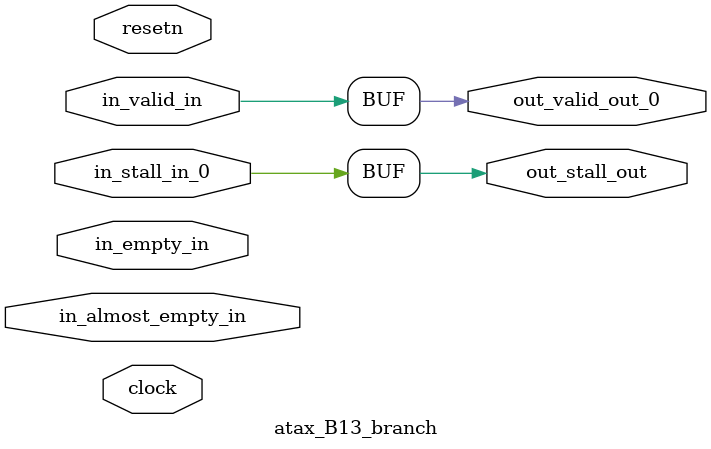
<source format=sv>



(* altera_attribute = "-name AUTO_SHIFT_REGISTER_RECOGNITION OFF; -name MESSAGE_DISABLE 10036; -name MESSAGE_DISABLE 10037; -name MESSAGE_DISABLE 14130; -name MESSAGE_DISABLE 14320; -name MESSAGE_DISABLE 15400; -name MESSAGE_DISABLE 14130; -name MESSAGE_DISABLE 10036; -name MESSAGE_DISABLE 12020; -name MESSAGE_DISABLE 12030; -name MESSAGE_DISABLE 12010; -name MESSAGE_DISABLE 12110; -name MESSAGE_DISABLE 14320; -name MESSAGE_DISABLE 13410; -name MESSAGE_DISABLE 113007; -name MESSAGE_DISABLE 10958" *)
module atax_B13_branch (
    input wire [0:0] in_almost_empty_in,
    input wire [0:0] in_empty_in,
    input wire [0:0] in_stall_in_0,
    input wire [0:0] in_valid_in,
    output wire [0:0] out_stall_out,
    output wire [0:0] out_valid_out_0,
    input wire clock,
    input wire resetn
    );

    reg [0:0] rst_sync_rst_sclrn;


    // out_stall_out(GPOUT,6)
    assign out_stall_out = in_stall_in_0;

    // out_valid_out_0(GPOUT,7)
    assign out_valid_out_0 = in_valid_in;

    // rst_sync(RESETSYNC,8)
    acl_reset_handler #(
        .ASYNC_RESET(0),
        .USE_SYNCHRONIZER(1),
        .PULSE_EXTENSION(0),
        .PIPE_DEPTH(3),
        .DUPLICATE(1)
    ) therst_sync (
        .clk(clock),
        .i_resetn(resetn),
        .o_sclrn(rst_sync_rst_sclrn)
    );

endmodule

</source>
